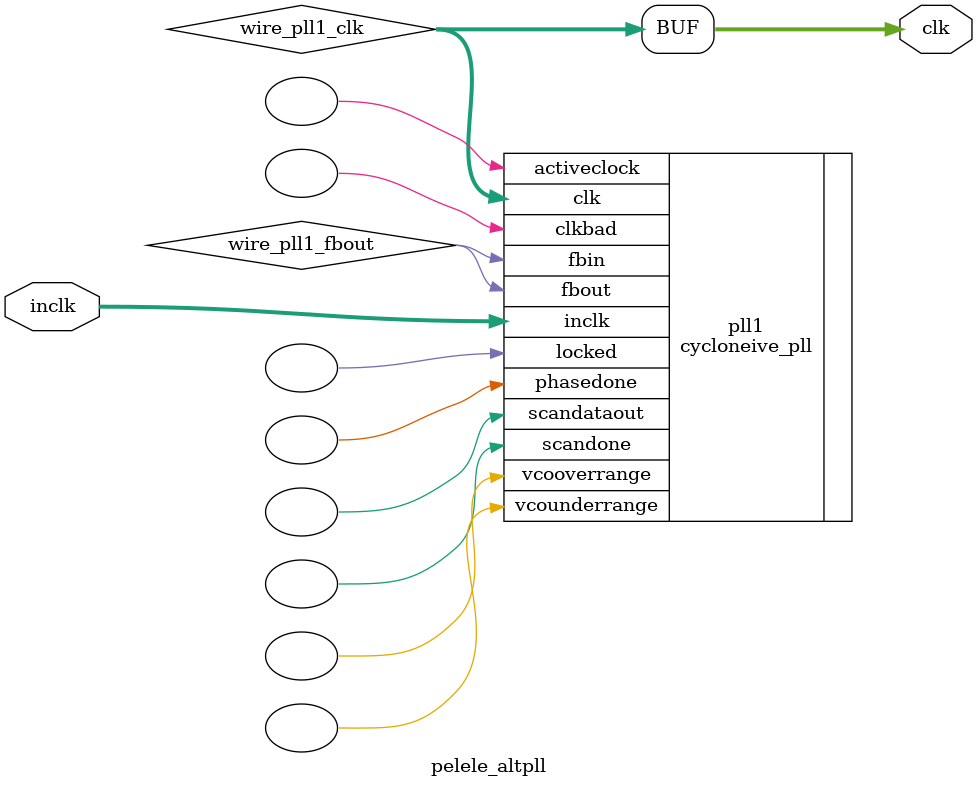
<source format=v>






//synthesis_resources = cycloneive_pll 1 
//synopsys translate_off
`timescale 1 ps / 1 ps
//synopsys translate_on
module  pelele_altpll
	( 
	clk,
	inclk) /* synthesis synthesis_clearbox=1 */;
	output   [4:0]  clk;
	input   [1:0]  inclk;
`ifndef ALTERA_RESERVED_QIS
// synopsys translate_off
`endif
	tri0   [1:0]  inclk;
`ifndef ALTERA_RESERVED_QIS
// synopsys translate_on
`endif

	wire  [4:0]   wire_pll1_clk;
	wire  wire_pll1_fbout;

	cycloneive_pll   pll1
	( 
	.activeclock(),
	.clk(wire_pll1_clk),
	.clkbad(),
	.fbin(wire_pll1_fbout),
	.fbout(wire_pll1_fbout),
	.inclk(inclk),
	.locked(),
	.phasedone(),
	.scandataout(),
	.scandone(),
	.vcooverrange(),
	.vcounderrange()
	`ifndef FORMAL_VERIFICATION
	// synopsys translate_off
	`endif
	,
	.areset(1'b0),
	.clkswitch(1'b0),
	.configupdate(1'b0),
	.pfdena(1'b1),
	.phasecounterselect({3{1'b0}}),
	.phasestep(1'b0),
	.phaseupdown(1'b0),
	.scanclk(1'b0),
	.scanclkena(1'b1),
	.scandata(1'b0)
	`ifndef FORMAL_VERIFICATION
	// synopsys translate_on
	`endif
	);
	defparam
		pll1.bandwidth_type = "auto",
		pll1.clk0_divide_by = 2,
		pll1.clk0_duty_cycle = 50,
		pll1.clk0_multiply_by = 5,
		pll1.clk0_phase_shift = "0",
		pll1.compensate_clock = "clk0",
		pll1.inclk0_input_frequency = 20000,
		pll1.operation_mode = "normal",
		pll1.pll_type = "auto",
		pll1.lpm_type = "cycloneive_pll";
	assign
		clk = {wire_pll1_clk[4:0]};
endmodule //pelele_altpll
//VALID FILE

</source>
